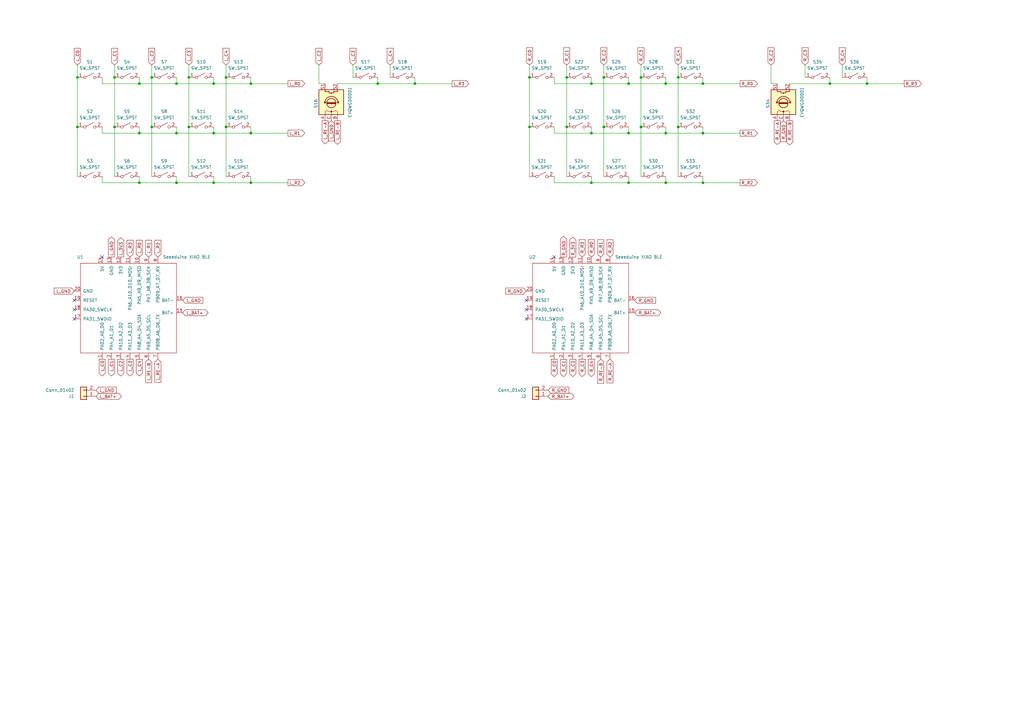
<source format=kicad_sch>
(kicad_sch (version 20211123) (generator eeschema)
  (paper "A3")
  (lib_symbols
    (symbol "Connector_Generic:Conn_01x02" (pin_names (offset 1.016) hide)
      (property "Reference" "J" (at 0 2.54 0))
      (property "Value" "Conn_01x02" (at 0 -5.08 0))
      (symbol "Conn_01x02_1_1"
        (rectangle (start -1.27 -2.413) (end 0 -2.667) (stroke (width 0.1524)))
        (rectangle (start -1.27 0.127) (end 0 -0.127) (stroke (width 0.1524)))
        (rectangle (start -1.27 1.27) (end 1.27 -3.81) (stroke (width 0.254)) (fill (type background)))
        (pin passive line (at -5.08 0 0) (length 3.81) (name "Pin_1") (number "1"))
        (pin passive line (at -5.08 -2.54 0) (length 3.81) (name "Pin_2") (number "2"))
      )
    )
    (symbol "Device:RotaryEncoder_Switch" (pin_names (offset 0.254) hide)
      (property "Reference" "SW" (at 0 6.604 0))
      (property "Value" "RotaryEncoder_Switch" (at 0 -6.604 0))
      (symbol "RotaryEncoder_Switch_0_1"
        (rectangle (start -5.08 5.08) (end 5.08 -5.08) (stroke (width 0.254)) (fill (type background)))
        (circle (center -3.81 0) (radius 0.254) (fill (type outline)))
        (arc (start -0.381 -2.794) (mid 2.3622 -0.0508) (end -0.381 2.667) (stroke (width 0.254)))
        (circle (center -0.381 0) (radius 1.905) (stroke (width 0.254)))
        (polyline (pts (xy -0.635 -1.778) (xy -0.635 1.778)) (stroke (width 0.254)))
        (polyline (pts (xy -0.381 -1.778) (xy -0.381 1.778)) (stroke (width 0.254)))
        (polyline (pts (xy -0.127 1.778) (xy -0.127 -1.778)) (stroke (width 0.254)))
        (polyline (pts (xy 3.81 0) (xy 3.429 0)) (stroke (width 0.254)))
        (polyline (pts (xy 3.81 1.016) (xy 3.81 -1.016)) (stroke (width 0.254)))
        (polyline (pts (xy -5.08 -2.54) (xy -3.81 -2.54) (xy -3.81 -2.032)))
        (polyline (pts (xy -5.08 2.54) (xy -3.81 2.54) (xy -3.81 2.032)))
        (polyline (pts (xy 0.254 -3.048) (xy -0.508 -2.794) (xy 0.127 -2.413)) (stroke (width 0.254)))
        (polyline (pts (xy 0.254 2.921) (xy -0.508 2.667) (xy 0.127 2.286)) (stroke (width 0.254)))
        (polyline (pts (xy 5.08 -2.54) (xy 4.318 -2.54) (xy 4.318 -1.016)) (stroke (width 0.254)))
        (polyline (pts (xy 5.08 2.54) (xy 4.318 2.54) (xy 4.318 1.016)) (stroke (width 0.254)))
        (polyline (pts (xy -5.08 0) (xy -3.81 0) (xy -3.81 -1.016) (xy -3.302 -2.032)))
        (polyline (pts (xy -4.318 0) (xy -3.81 0) (xy -3.81 1.016) (xy -3.302 2.032)))
        (circle (center 4.318 -1.016) (radius 0.127) (stroke (width 0.254)))
        (circle (center 4.318 1.016) (radius 0.127) (stroke (width 0.254)))
      )
      (symbol "RotaryEncoder_Switch_1_1"
        (pin passive line (at -7.62 2.54 0) (length 2.54) (name "A") (number "A"))
        (pin passive line (at -7.62 -2.54 0) (length 2.54) (name "B") (number "B"))
        (pin passive line (at -7.62 0 0) (length 2.54) (name "C") (number "C"))
        (pin passive line (at 7.62 2.54 180) (length 2.54) (name "S1") (number "S1"))
        (pin passive line (at 7.62 -2.54 180) (length 2.54) (name "S2") (number "S2"))
      )
    )
    (symbol "Switch:SW_SPST" (pin_names (offset 0) hide)
      (property "Reference" "SW" (at 0 3.175 0))
      (property "Value" "SW_SPST" (at 0 -2.54 0))
      (symbol "SW_SPST_0_0"
        (circle (center -2.032 0) (radius 0.508))
        (polyline (pts (xy -1.524 0.254) (xy 1.524 1.778)))
        (circle (center 2.032 0) (radius 0.508))
      )
      (symbol "SW_SPST_1_1"
        (pin passive line (at -5.08 0 0) (length 2.54) (name "A") (number "1"))
        (pin passive line (at 5.08 0 180) (length 2.54) (name "B") (number "2"))
      )
    )
    (symbol "reee:xiao-ble" (pin_names (offset 1.016))
      (property "Reference" "U" (at -19.05 22.86 0))
      (property "Value" "xiao-ble" (at -12.7 21.59 0))
      (symbol "xiao-ble_0_1"
        (rectangle (start -19.05 20.32) (end 17.78 -19.05))
      )
      (symbol "xiao-ble_1_1"
        (pin unspecified line (at -21.59 11.43 0) (length 2.54) (name "PA02_A0_D0") (number "1"))
        (pin unspecified line (at 20.32 -3.81 180) (length 2.54) (name "PA5_A9_D9_MISO") (number "10"))
        (pin unspecified line (at 20.32 0 180) (length 2.54) (name "PA6_A10_D10_MOSI") (number "11"))
        (pin unspecified line (at 20.32 3.81 180) (length 2.54) (name "3V3") (number "12"))
        (pin unspecified line (at 20.32 7.62 180) (length 2.54) (name "GND") (number "13"))
        (pin unspecified line (at 20.32 11.43 180) (length 2.54) (name "5V") (number "14"))
        (pin unspecified line (at -2.54 -21.59 90) (length 2.54) (name "BAT+") (number "15"))
        (pin unspecified line (at 2.54 -21.59 90) (length 2.54) (name "BAT-") (number "16"))
        (pin input line (at -5.08 22.86 270) (length 2.54) (name "PA31_SWDIO") (number "17"))
        (pin input line (at -1.27 22.86 270) (length 2.54) (name "PA30_SWCLK") (number "18"))
        (pin input line (at 2.54 22.86 270) (length 2.54) (name "RESET") (number "19"))
        (pin unspecified line (at -21.59 7.62 0) (length 2.54) (name "PA4_A1_D1") (number "2"))
        (pin input line (at 6.35 22.86 270) (length 2.54) (name "GND") (number "20"))
        (pin unspecified line (at -21.59 3.81 0) (length 2.54) (name "PA10_A2_D2") (number "3"))
        (pin unspecified line (at -21.59 0 0) (length 2.54) (name "PA11_A3_D3") (number "4"))
        (pin unspecified line (at -21.59 -3.81 0) (length 2.54) (name "PA8_A4_D4_SDA") (number "5"))
        (pin unspecified line (at -21.59 -7.62 0) (length 2.54) (name "PA9_A5_D5_SCL") (number "6"))
        (pin unspecified line (at -21.59 -11.43 0) (length 2.54) (name "PB08_A6_D6_TX") (number "7"))
        (pin unspecified line (at 20.32 -11.43 180) (length 2.54) (name "PB09_A7_D7_RX") (number "8"))
        (pin unspecified line (at 20.32 -7.62 180) (length 2.54) (name "PA7_A8_D8_SCK") (number "9"))
      )
    )
  )
  (junction (at 92.71 52.07))
  (junction (at 87.63 74.93))
  (junction (at 247.65 31.75))
  (junction (at 247.65 52.07))
  (junction (at 77.47 52.07))
  (junction (at 257.81 74.93))
  (junction (at 31.75 31.75))
  (junction (at 102.87 74.93))
  (junction (at 355.6 34.29))
  (junction (at 57.15 74.93))
  (junction (at 288.29 74.93))
  (junction (at 217.17 31.75))
  (junction (at 87.63 54.61))
  (junction (at 273.05 54.61))
  (junction (at 273.05 74.93))
  (junction (at 72.39 74.93))
  (junction (at 92.71 31.75))
  (junction (at 273.05 34.29))
  (junction (at 262.89 52.07))
  (junction (at 242.57 34.29))
  (junction (at 72.39 54.61))
  (junction (at 77.47 31.75))
  (junction (at 170.18 34.29))
  (junction (at 46.99 52.07))
  (junction (at 154.94 34.29))
  (junction (at 278.13 31.75))
  (junction (at 232.41 52.07))
  (junction (at 46.99 31.75))
  (junction (at 288.29 34.29))
  (junction (at 57.15 34.29))
  (junction (at 72.39 34.29))
  (junction (at 257.81 34.29))
  (junction (at 87.63 34.29))
  (junction (at 262.89 31.75))
  (junction (at 257.81 54.61))
  (junction (at 217.17 52.07))
  (junction (at 62.23 31.75))
  (junction (at 242.57 54.61))
  (junction (at 288.29 54.61))
  (junction (at 102.87 54.61))
  (junction (at 242.57 74.93))
  (junction (at 31.75 52.07))
  (junction (at 57.15 54.61))
  (junction (at 278.13 52.07))
  (junction (at 62.23 52.07))
  (junction (at 102.87 34.29))
  (junction (at 232.41 31.75))
  (junction (at 340.36 34.29))
  (no_connect (at 30.48 123.19))
  (no_connect (at 41.91 105.41))
  (no_connect (at 215.9 123.19))
  (no_connect (at 215.9 130.81))
  (no_connect (at 30.48 130.81))
  (no_connect (at 30.48 127))
  (no_connect (at 215.9 127))
  (no_connect (at 227.33 105.41))
  (wire (pts (xy 57.15 54.61) (xy 72.39 54.61)))
  (wire (pts (xy 247.65 31.75) (xy 247.65 52.07)))
  (wire (pts (xy 41.91 72.39) (xy 41.91 74.93)))
  (wire (pts (xy 57.15 74.93) (xy 72.39 74.93)))
  (wire (pts (xy 257.81 74.93) (xy 273.05 74.93)))
  (wire (pts (xy 130.81 34.29) (xy 133.35 34.29)))
  (wire (pts (xy 257.81 72.39) (xy 257.81 74.93)))
  (wire (pts (xy 273.05 72.39) (xy 273.05 74.93)))
  (wire (pts (xy 31.75 52.07) (xy 31.75 72.39)))
  (wire (pts (xy 323.85 34.29) (xy 340.36 34.29)))
  (wire (pts (xy 288.29 74.93) (xy 303.53 74.93)))
  (wire (pts (xy 242.57 54.61) (xy 257.81 54.61)))
  (wire (pts (xy 273.05 31.75) (xy 273.05 34.29)))
  (wire (pts (xy 273.05 74.93) (xy 288.29 74.93)))
  (wire (pts (xy 232.41 26.67) (xy 232.41 31.75)))
  (wire (pts (xy 262.89 52.07) (xy 262.89 72.39)))
  (wire (pts (xy 232.41 31.75) (xy 232.41 52.07)))
  (wire (pts (xy 72.39 74.93) (xy 87.63 74.93)))
  (wire (pts (xy 288.29 54.61) (xy 303.53 54.61)))
  (wire (pts (xy 278.13 52.07) (xy 278.13 72.39)))
  (wire (pts (xy 247.65 52.07) (xy 247.65 72.39)))
  (wire (pts (xy 242.57 72.39) (xy 242.57 74.93)))
  (wire (pts (xy 62.23 31.75) (xy 62.23 52.07)))
  (wire (pts (xy 227.33 34.29) (xy 242.57 34.29)))
  (wire (pts (xy 41.91 74.93) (xy 57.15 74.93)))
  (wire (pts (xy 316.23 34.29) (xy 318.77 34.29)))
  (wire (pts (xy 227.33 54.61) (xy 242.57 54.61)))
  (wire (pts (xy 345.44 26.67) (xy 345.44 31.75)))
  (wire (pts (xy 227.33 74.93) (xy 242.57 74.93)))
  (wire (pts (xy 170.18 31.75) (xy 170.18 34.29)))
  (wire (pts (xy 257.81 52.07) (xy 257.81 54.61)))
  (wire (pts (xy 57.15 72.39) (xy 57.15 74.93)))
  (wire (pts (xy 242.57 31.75) (xy 242.57 34.29)))
  (wire (pts (xy 87.63 34.29) (xy 102.87 34.29)))
  (wire (pts (xy 273.05 34.29) (xy 288.29 34.29)))
  (wire (pts (xy 31.75 26.67) (xy 31.75 31.75)))
  (wire (pts (xy 87.63 52.07) (xy 87.63 54.61)))
  (wire (pts (xy 72.39 54.61) (xy 87.63 54.61)))
  (wire (pts (xy 288.29 34.29) (xy 303.53 34.29)))
  (wire (pts (xy 87.63 31.75) (xy 87.63 34.29)))
  (wire (pts (xy 92.71 52.07) (xy 92.71 72.39)))
  (wire (pts (xy 102.87 31.75) (xy 102.87 34.29)))
  (wire (pts (xy 160.02 26.67) (xy 160.02 31.75)))
  (wire (pts (xy 57.15 31.75) (xy 57.15 34.29)))
  (wire (pts (xy 278.13 26.67) (xy 278.13 31.75)))
  (wire (pts (xy 170.18 34.29) (xy 185.42 34.29)))
  (wire (pts (xy 242.57 74.93) (xy 257.81 74.93)))
  (wire (pts (xy 41.91 34.29) (xy 57.15 34.29)))
  (wire (pts (xy 340.36 34.29) (xy 355.6 34.29)))
  (wire (pts (xy 257.81 31.75) (xy 257.81 34.29)))
  (wire (pts (xy 41.91 31.75) (xy 41.91 34.29)))
  (wire (pts (xy 77.47 26.67) (xy 77.47 31.75)))
  (wire (pts (xy 144.78 26.67) (xy 144.78 31.75)))
  (wire (pts (xy 87.63 72.39) (xy 87.63 74.93)))
  (wire (pts (xy 87.63 74.93) (xy 102.87 74.93)))
  (wire (pts (xy 232.41 52.07) (xy 232.41 72.39)))
  (wire (pts (xy 57.15 34.29) (xy 72.39 34.29)))
  (wire (pts (xy 62.23 52.07) (xy 62.23 72.39)))
  (wire (pts (xy 154.94 34.29) (xy 170.18 34.29)))
  (wire (pts (xy 340.36 31.75) (xy 340.36 34.29)))
  (wire (pts (xy 130.81 26.67) (xy 130.81 34.29)))
  (wire (pts (xy 31.75 31.75) (xy 31.75 52.07)))
  (wire (pts (xy 72.39 34.29) (xy 87.63 34.29)))
  (wire (pts (xy 57.15 52.07) (xy 57.15 54.61)))
  (wire (pts (xy 278.13 31.75) (xy 278.13 52.07)))
  (wire (pts (xy 316.23 26.67) (xy 316.23 34.29)))
  (wire (pts (xy 102.87 34.29) (xy 118.11 34.29)))
  (wire (pts (xy 46.99 52.07) (xy 46.99 72.39)))
  (wire (pts (xy 217.17 52.07) (xy 217.17 72.39)))
  (wire (pts (xy 77.47 31.75) (xy 77.47 52.07)))
  (wire (pts (xy 330.2 26.67) (xy 330.2 31.75)))
  (wire (pts (xy 227.33 31.75) (xy 227.33 34.29)))
  (wire (pts (xy 242.57 52.07) (xy 242.57 54.61)))
  (wire (pts (xy 46.99 26.67) (xy 46.99 31.75)))
  (wire (pts (xy 154.94 31.75) (xy 154.94 34.29)))
  (wire (pts (xy 355.6 34.29) (xy 370.84 34.29)))
  (wire (pts (xy 273.05 52.07) (xy 273.05 54.61)))
  (wire (pts (xy 92.71 31.75) (xy 92.71 52.07)))
  (wire (pts (xy 262.89 26.67) (xy 262.89 31.75)))
  (wire (pts (xy 77.47 52.07) (xy 77.47 72.39)))
  (wire (pts (xy 217.17 26.67) (xy 217.17 31.75)))
  (wire (pts (xy 102.87 52.07) (xy 102.87 54.61)))
  (wire (pts (xy 41.91 52.07) (xy 41.91 54.61)))
  (wire (pts (xy 46.99 31.75) (xy 46.99 52.07)))
  (wire (pts (xy 217.17 31.75) (xy 217.17 52.07)))
  (wire (pts (xy 72.39 72.39) (xy 72.39 74.93)))
  (wire (pts (xy 87.63 54.61) (xy 102.87 54.61)))
  (wire (pts (xy 262.89 31.75) (xy 262.89 52.07)))
  (wire (pts (xy 288.29 72.39) (xy 288.29 74.93)))
  (wire (pts (xy 227.33 52.07) (xy 227.33 54.61)))
  (wire (pts (xy 102.87 54.61) (xy 118.11 54.61)))
  (wire (pts (xy 227.33 72.39) (xy 227.33 74.93)))
  (wire (pts (xy 138.43 34.29) (xy 154.94 34.29)))
  (wire (pts (xy 257.81 34.29) (xy 273.05 34.29)))
  (wire (pts (xy 102.87 72.39) (xy 102.87 74.93)))
  (wire (pts (xy 257.81 54.61) (xy 273.05 54.61)))
  (wire (pts (xy 41.91 54.61) (xy 57.15 54.61)))
  (wire (pts (xy 242.57 34.29) (xy 257.81 34.29)))
  (wire (pts (xy 92.71 26.67) (xy 92.71 31.75)))
  (wire (pts (xy 288.29 52.07) (xy 288.29 54.61)))
  (wire (pts (xy 273.05 54.61) (xy 288.29 54.61)))
  (wire (pts (xy 288.29 31.75) (xy 288.29 34.29)))
  (wire (pts (xy 72.39 31.75) (xy 72.39 34.29)))
  (wire (pts (xy 62.23 26.67) (xy 62.23 31.75)))
  (wire (pts (xy 355.6 31.75) (xy 355.6 34.29)))
  (wire (pts (xy 247.65 26.67) (xy 247.65 31.75)))
  (wire (pts (xy 102.87 74.93) (xy 118.11 74.93)))
  (wire (pts (xy 72.39 52.07) (xy 72.39 54.61)))
  (global_label "L_C4" (shape input) (at 160.02 26.67 90) (property "Intersheet References" "${INTERSHEET_REFS}" (effects hide)))
  (global_label "L_C3" (shape output) (at 53.34 147.32 270) (property "Intersheet References" "${INTERSHEET_REFS}" (effects hide)))
  (global_label "L_C0" (shape output) (at 41.91 147.32 270) (property "Intersheet References" "${INTERSHEET_REFS}" (effects hide)))
  (global_label "R_C3" (shape input) (at 262.89 26.67 90) (property "Intersheet References" "${INTERSHEET_REFS}" (effects hide)))
  (global_label "R_BAT+" (shape bidirectional) (at 224.79 162.56 0) (property "Intersheet References" "${INTERSHEET_REFS}" (effects hide)))
  (global_label "L_BAT+" (shape bidirectional) (at 39.37 162.56 0) (property "Intersheet References" "${INTERSHEET_REFS}" (effects hide)))
  (global_label "R_R3" (shape output) (at 370.84 34.29 0) (property "Intersheet References" "${INTERSHEET_REFS}" (effects hide)))
  (global_label "L_RE-B" (shape output) (at 138.43 49.53 270) (property "Intersheet References" "${INTERSHEET_REFS}" (effects hide)))
  (global_label "R_C0" (shape input) (at 217.17 26.67 90) (property "Intersheet References" "${INTERSHEET_REFS}" (effects hide)))
  (global_label "L_C3" (shape input) (at 144.78 26.67 90) (property "Intersheet References" "${INTERSHEET_REFS}" (effects hide)))
  (global_label "L_GND" (shape input) (at 135.89 49.53 270) (property "Intersheet References" "${INTERSHEET_REFS}" (effects hide)))
  (global_label "L_GND" (shape input) (at 39.37 160.02 0) (property "Intersheet References" "${INTERSHEET_REFS}" (effects hide)))
  (global_label "R_C3" (shape output) (at 238.76 147.32 270) (property "Intersheet References" "${INTERSHEET_REFS}" (effects hide)))
  (global_label "R_C4" (shape input) (at 345.44 26.67 90) (property "Intersheet References" "${INTERSHEET_REFS}" (effects hide)))
  (global_label "R_R3" (shape input) (at 238.76 105.41 90) (property "Intersheet References" "${INTERSHEET_REFS}" (effects hide)))
  (global_label "L_R3" (shape input) (at 53.34 105.41 90) (property "Intersheet References" "${INTERSHEET_REFS}" (effects hide)))
  (global_label "L_C0" (shape input) (at 31.75 26.67 90) (property "Intersheet References" "${INTERSHEET_REFS}" (effects hide)))
  (global_label "R_RE-A" (shape input) (at 250.19 147.32 270) (property "Intersheet References" "${INTERSHEET_REFS}" (effects hide)))
  (global_label "L_C4" (shape output) (at 57.15 147.32 270) (property "Intersheet References" "${INTERSHEET_REFS}" (effects hide)))
  (global_label "L_RE-A" (shape input) (at 64.77 147.32 270) (property "Intersheet References" "${INTERSHEET_REFS}" (effects hide)))
  (global_label "L_GND" (shape input) (at 30.48 119.38 180) (property "Intersheet References" "${INTERSHEET_REFS}" (effects hide)))
  (global_label "R_C2" (shape output) (at 234.95 147.32 270) (property "Intersheet References" "${INTERSHEET_REFS}" (effects hide)))
  (global_label "R_GND" (shape input) (at 260.35 123.19 0) (property "Intersheet References" "${INTERSHEET_REFS}" (effects hide)))
  (global_label "R_C2" (shape input) (at 316.23 26.67 90) (property "Intersheet References" "${INTERSHEET_REFS}" (effects hide)))
  (global_label "R_3V3" (shape output) (at 234.95 105.41 90) (property "Intersheet References" "${INTERSHEET_REFS}" (effects hide)))
  (global_label "R_R1" (shape output) (at 303.53 54.61 0) (property "Intersheet References" "${INTERSHEET_REFS}" (effects hide)))
  (global_label "L_C3" (shape input) (at 77.47 26.67 90) (property "Intersheet References" "${INTERSHEET_REFS}" (effects hide)))
  (global_label "L_C1" (shape output) (at 45.72 147.32 270) (property "Intersheet References" "${INTERSHEET_REFS}" (effects hide)))
  (global_label "L_C1" (shape input) (at 46.99 26.67 90) (property "Intersheet References" "${INTERSHEET_REFS}" (effects hide)))
  (global_label "L_3V3" (shape output) (at 49.53 105.41 90) (property "Intersheet References" "${INTERSHEET_REFS}" (effects hide)))
  (global_label "R_R0" (shape output) (at 303.53 34.29 0) (property "Intersheet References" "${INTERSHEET_REFS}" (effects hide)))
  (global_label "L_RE-A" (shape output) (at 133.35 49.53 270) (property "Intersheet References" "${INTERSHEET_REFS}" (effects hide)))
  (global_label "R_C4" (shape input) (at 278.13 26.67 90) (property "Intersheet References" "${INTERSHEET_REFS}" (effects hide)))
  (global_label "R_C3" (shape input) (at 330.2 26.67 90) (property "Intersheet References" "${INTERSHEET_REFS}" (effects hide)))
  (global_label "L_RE-B" (shape input) (at 60.96 147.32 270) (property "Intersheet References" "${INTERSHEET_REFS}" (effects hide)))
  (global_label "L_R3" (shape output) (at 185.42 34.29 0) (property "Intersheet References" "${INTERSHEET_REFS}" (effects hide)))
  (global_label "L_R0" (shape output) (at 118.11 34.29 0) (property "Intersheet References" "${INTERSHEET_REFS}" (effects hide)))
  (global_label "R_GND" (shape input) (at 215.9 119.38 180) (property "Intersheet References" "${INTERSHEET_REFS}" (effects hide)))
  (global_label "R_GND" (shape output) (at 231.14 105.41 90) (property "Intersheet References" "${INTERSHEET_REFS}" (effects hide)))
  (global_label "R_BAT+" (shape bidirectional) (at 260.35 128.27 0) (property "Intersheet References" "${INTERSHEET_REFS}" (effects hide)))
  (global_label "R_RE-A" (shape output) (at 318.77 49.53 270) (property "Intersheet References" "${INTERSHEET_REFS}" (effects hide)))
  (global_label "L_GND" (shape output) (at 45.72 105.41 90) (property "Intersheet References" "${INTERSHEET_REFS}" (effects hide)))
  (global_label "R_C2" (shape input) (at 247.65 26.67 90) (property "Intersheet References" "${INTERSHEET_REFS}" (effects hide)))
  (global_label "L_R0" (shape input) (at 57.15 105.41 90) (property "Intersheet References" "${INTERSHEET_REFS}" (effects hide)))
  (global_label "L_R2" (shape output) (at 118.11 74.93 0) (property "Intersheet References" "${INTERSHEET_REFS}" (effects hide)))
  (global_label "L_C2" (shape output) (at 49.53 147.32 270) (property "Intersheet References" "${INTERSHEET_REFS}" (effects hide)))
  (global_label "R_GND" (shape input) (at 321.31 49.53 270) (property "Intersheet References" "${INTERSHEET_REFS}" (effects hide)))
  (global_label "L_R1" (shape input) (at 60.96 105.41 90) (property "Intersheet References" "${INTERSHEET_REFS}" (effects hide)))
  (global_label "R_C1" (shape output) (at 231.14 147.32 270) (property "Intersheet References" "${INTERSHEET_REFS}" (effects hide)))
  (global_label "R_R1" (shape input) (at 246.38 105.41 90) (property "Intersheet References" "${INTERSHEET_REFS}" (effects hide)))
  (global_label "R_C1" (shape input) (at 232.41 26.67 90) (property "Intersheet References" "${INTERSHEET_REFS}" (effects hide)))
  (global_label "R_RE-B" (shape input) (at 246.38 147.32 270) (property "Intersheet References" "${INTERSHEET_REFS}" (effects hide)))
  (global_label "L_C2" (shape input) (at 130.81 26.67 90) (property "Intersheet References" "${INTERSHEET_REFS}" (effects hide)))
  (global_label "L_BAT+" (shape bidirectional) (at 74.93 128.27 0) (property "Intersheet References" "${INTERSHEET_REFS}" (effects hide)))
  (global_label "R_RE-B" (shape output) (at 323.85 49.53 270) (property "Intersheet References" "${INTERSHEET_REFS}" (effects hide)))
  (global_label "L_R1" (shape output) (at 118.11 54.61 0) (property "Intersheet References" "${INTERSHEET_REFS}" (effects hide)))
  (global_label "L_GND" (shape input) (at 74.93 123.19 0) (property "Intersheet References" "${INTERSHEET_REFS}" (effects hide)))
  (global_label "R_R2" (shape input) (at 250.19 105.41 90) (property "Intersheet References" "${INTERSHEET_REFS}" (effects hide)))
  (global_label "L_C2" (shape input) (at 62.23 26.67 90) (property "Intersheet References" "${INTERSHEET_REFS}" (effects hide)))
  (global_label "R_C0" (shape output) (at 227.33 147.32 270) (property "Intersheet References" "${INTERSHEET_REFS}" (effects hide)))
  (global_label "L_R2" (shape input) (at 64.77 105.41 90) (property "Intersheet References" "${INTERSHEET_REFS}" (effects hide)))
  (global_label "L_C4" (shape input) (at 92.71 26.67 90) (property "Intersheet References" "${INTERSHEET_REFS}" (effects hide)))
  (global_label "R_R2" (shape output) (at 303.53 74.93 0) (property "Intersheet References" "${INTERSHEET_REFS}" (effects hide)))
  (global_label "R_C4" (shape output) (at 242.57 147.32 270) (property "Intersheet References" "${INTERSHEET_REFS}" (effects hide)))
  (global_label "R_R0" (shape input) (at 242.57 105.41 90) (property "Intersheet References" "${INTERSHEET_REFS}" (effects hide)))
  (global_label "R_GND" (shape input) (at 224.79 160.02 0) (property "Intersheet References" "${INTERSHEET_REFS}" (effects hide)))
  (symbol (lib_id "Switch:SW_SPST") (at 97.79 31.75 0) (unit 1)
    (property "Reference" "S13" (at 97.79 25.4 0))
    (property "Value" "SW_SPST" (at 97.79 27.94 0))
    (property "Footprint" "reee:Choc_PG1350_Tight" (effects hide))
  )
  (symbol (lib_id "Switch:SW_SPST") (at 267.97 31.75 0) (unit 1)
    (property "Reference" "S28" (at 267.97 25.4 0))
    (property "Value" "SW_SPST" (at 267.97 27.94 0))
    (property "Footprint" "reee:Choc_PG1350_Tight" (effects hide))
  )
  (symbol (lib_id "Switch:SW_SPST") (at 165.1 31.75 0) (unit 1)
    (property "Reference" "S18" (at 165.1 25.4 0))
    (property "Value" "SW_SPST" (at 165.1 27.94 0))
    (property "Footprint" "reee:Choc_PG1350_Tight" (effects hide))
  )
  (symbol (lib_id "reee:xiao-ble") (at 238.76 125.73 90) (unit 1)
    (property "Reference" "U2" (at 219.71 105.41 90) (effects (justify left)))
    (property "Value" "Seeeduino XIAO BLE" (at 271.78 105.41 90) (effects (justify left)))
    (property "Footprint" "reee:xiao-ble" (effects hide))
  )
  (symbol (lib_id "Connector_Generic:Conn_01x02") (at 219.71 162.56 180) (unit 1)
    (property "Reference" "J2" (at 215.9 162.5601 0) (effects (justify left)))
    (property "Value" "Conn_01x02" (at 215.9 160.0201 0) (effects (justify left)))
    (property "Footprint" "Connector_JST:JST_PH_S2B-PH-K_1x02_P2.00mm_Horizontal" (effects hide))
  )
  (symbol (lib_id "Switch:SW_SPST") (at 237.49 72.39 0) (unit 1)
    (property "Reference" "S24" (at 237.49 66.04 0))
    (property "Value" "SW_SPST" (at 237.49 68.58 0))
    (property "Footprint" "reee:Choc_PG1350_Tight" (effects hide))
  )
  (symbol (lib_id "Switch:SW_SPST") (at 222.25 72.39 0) (unit 1)
    (property "Reference" "S21" (at 222.25 66.04 0))
    (property "Value" "SW_SPST" (at 222.25 68.58 0))
    (property "Footprint" "reee:Choc_PG1350_Tight" (effects hide))
  )
  (symbol (lib_id "Switch:SW_SPST") (at 252.73 72.39 0) (unit 1)
    (property "Reference" "S27" (at 252.73 66.04 0))
    (property "Value" "SW_SPST" (at 252.73 68.58 0))
    (property "Footprint" "reee:Choc_PG1350_Tight" (effects hide))
  )
  (symbol (lib_id "Switch:SW_SPST") (at 67.31 31.75 0) (unit 1)
    (property "Reference" "S7" (at 67.31 25.4 0))
    (property "Value" "SW_SPST" (at 67.31 27.94 0))
    (property "Footprint" "reee:Choc_PG1350_Tight" (effects hide))
  )
  (symbol (lib_id "Switch:SW_SPST") (at 283.21 52.07 0) (unit 1)
    (property "Reference" "S32" (at 283.21 45.72 0))
    (property "Value" "SW_SPST" (at 283.21 48.26 0))
    (property "Footprint" "reee:Choc_PG1350_Tight" (effects hide))
  )
  (symbol (lib_id "Switch:SW_SPST") (at 36.83 72.39 0) (unit 1)
    (property "Reference" "S3" (at 36.83 66.04 0))
    (property "Value" "SW_SPST" (at 36.83 68.58 0))
    (property "Footprint" "reee:Choc_PG1350_Tight" (effects hide))
  )
  (symbol (lib_id "Switch:SW_SPST") (at 222.25 31.75 0) (unit 1)
    (property "Reference" "S19" (at 222.25 25.4 0))
    (property "Value" "SW_SPST" (at 222.25 27.94 0))
    (property "Footprint" "reee:Choc_PG1350_Tight" (effects hide))
  )
  (symbol (lib_id "Switch:SW_SPST") (at 149.86 31.75 0) (unit 1)
    (property "Reference" "S17" (at 149.86 25.4 0))
    (property "Value" "SW_SPST" (at 149.86 27.94 0))
    (property "Footprint" "reee:Choc_PG1350_Tight" (effects hide))
  )
  (symbol (lib_id "Switch:SW_SPST") (at 252.73 31.75 0) (unit 1)
    (property "Reference" "S25" (at 252.73 25.4 0))
    (property "Value" "SW_SPST" (at 252.73 27.94 0))
    (property "Footprint" "reee:Choc_PG1350_Tight" (effects hide))
  )
  (symbol (lib_id "Switch:SW_SPST") (at 52.07 72.39 0) (unit 1)
    (property "Reference" "S6" (at 52.07 66.04 0))
    (property "Value" "SW_SPST" (at 52.07 68.58 0))
    (property "Footprint" "reee:Choc_PG1350_Tight" (effects hide))
  )
  (symbol (lib_id "Switch:SW_SPST") (at 82.55 31.75 0) (unit 1)
    (property "Reference" "S10" (at 82.55 25.4 0))
    (property "Value" "SW_SPST" (at 82.55 27.94 0))
    (property "Footprint" "reee:Choc_PG1350_Tight" (effects hide))
  )
  (symbol (lib_id "Switch:SW_SPST") (at 82.55 72.39 0) (unit 1)
    (property "Reference" "S12" (at 82.55 66.04 0))
    (property "Value" "SW_SPST" (at 82.55 68.58 0))
    (property "Footprint" "reee:Choc_PG1350_Tight" (effects hide))
  )
  (symbol (lib_id "Switch:SW_SPST") (at 82.55 52.07 0) (unit 1)
    (property "Reference" "S11" (at 82.55 45.72 0))
    (property "Value" "SW_SPST" (at 82.55 48.26 0))
    (property "Footprint" "reee:Choc_PG1350_Tight" (effects hide))
  )
  (symbol (lib_id "Switch:SW_SPST") (at 67.31 52.07 0) (unit 1)
    (property "Reference" "S8" (at 67.31 45.72 0))
    (property "Value" "SW_SPST" (at 67.31 48.26 0))
    (property "Footprint" "reee:Choc_PG1350_Tight" (effects hide))
  )
  (symbol (lib_id "Switch:SW_SPST") (at 237.49 31.75 0) (unit 1)
    (property "Reference" "S22" (at 237.49 25.4 0))
    (property "Value" "SW_SPST" (at 237.49 27.94 0))
    (property "Footprint" "reee:Choc_PG1350_Tight" (effects hide))
  )
  (symbol (lib_id "Switch:SW_SPST") (at 36.83 52.07 0) (unit 1)
    (property "Reference" "S2" (at 36.83 45.72 0))
    (property "Value" "SW_SPST" (at 36.83 48.26 0))
    (property "Footprint" "reee:Choc_PG1350_Tight" (effects hide))
  )
  (symbol (lib_id "Switch:SW_SPST") (at 97.79 52.07 0) (unit 1)
    (property "Reference" "S14" (at 97.79 45.72 0))
    (property "Value" "SW_SPST" (at 97.79 48.26 0))
    (property "Footprint" "reee:Choc_PG1350_Tight" (effects hide))
  )
  (symbol (lib_id "Switch:SW_SPST") (at 67.31 72.39 0) (unit 1)
    (property "Reference" "S9" (at 67.31 66.04 0))
    (property "Value" "SW_SPST" (at 67.31 68.58 0))
    (property "Footprint" "reee:Choc_PG1350_Tight" (effects hide))
  )
  (symbol (lib_id "Switch:SW_SPST") (at 222.25 52.07 0) (unit 1)
    (property "Reference" "S20" (at 222.25 45.72 0))
    (property "Value" "SW_SPST" (at 222.25 48.26 0))
    (property "Footprint" "reee:Choc_PG1350_Tight" (effects hide))
  )
  (symbol (lib_id "Switch:SW_SPST") (at 267.97 52.07 0) (unit 1)
    (property "Reference" "S29" (at 267.97 45.72 0))
    (property "Value" "SW_SPST" (at 267.97 48.26 0))
    (property "Footprint" "reee:Choc_PG1350_Tight" (effects hide))
  )
  (symbol (lib_id "Switch:SW_SPST") (at 350.52 31.75 0) (unit 1)
    (property "Reference" "S36" (at 350.52 25.4 0))
    (property "Value" "SW_SPST" (at 350.52 27.94 0))
    (property "Footprint" "reee:Choc_PG1350_Tight" (effects hide))
  )
  (symbol (lib_id "Switch:SW_SPST") (at 335.28 31.75 0) (unit 1)
    (property "Reference" "S35" (at 335.28 25.4 0))
    (property "Value" "SW_SPST" (at 335.28 27.94 0))
    (property "Footprint" "reee:Choc_PG1350_Tight" (effects hide))
  )
  (symbol (lib_id "Switch:SW_SPST") (at 97.79 72.39 0) (unit 1)
    (property "Reference" "S15" (at 97.79 66.04 0))
    (property "Value" "SW_SPST" (at 97.79 68.58 0))
    (property "Footprint" "reee:Choc_PG1350_Tight" (effects hide))
  )
  (symbol (lib_id "Switch:SW_SPST") (at 36.83 31.75 0) (unit 1)
    (property "Reference" "S1" (at 36.83 25.4 0))
    (property "Value" "SW_SPST" (at 36.83 27.94 0))
    (property "Footprint" "reee:Choc_PG1350_Tight" (effects hide))
  )
  (symbol (lib_id "Device:RotaryEncoder_Switch") (at 321.31 41.91 90) (unit 1)
    (property "Reference" "S34" (at 314.96 44.45 0) (effects (justify left)))
    (property "Value" "EVQWGD0001" (at 328.93 48.26 0) (effects (justify left)))
    (property "Footprint" "reee:Choc_PG1350_Tight__EVQWGD001__Combo" (effects hide))
  )
  (symbol (lib_id "Switch:SW_SPST") (at 283.21 72.39 0) (unit 1)
    (property "Reference" "S33" (at 283.21 66.04 0))
    (property "Value" "SW_SPST" (at 283.21 68.58 0))
    (property "Footprint" "reee:Choc_PG1350_Tight" (effects hide))
  )
  (symbol (lib_id "Switch:SW_SPST") (at 237.49 52.07 0) (unit 1)
    (property "Reference" "S23" (at 237.49 45.72 0))
    (property "Value" "SW_SPST" (at 237.49 48.26 0))
    (property "Footprint" "reee:Choc_PG1350_Tight" (effects hide))
  )
  (symbol (lib_id "Switch:SW_SPST") (at 283.21 31.75 0) (unit 1)
    (property "Reference" "S31" (at 283.21 25.4 0))
    (property "Value" "SW_SPST" (at 283.21 27.94 0))
    (property "Footprint" "reee:Choc_PG1350_Tight" (effects hide))
  )
  (symbol (lib_id "Device:RotaryEncoder_Switch") (at 135.89 41.91 90) (unit 1)
    (property "Reference" "S16" (at 129.54 44.45 0) (effects (justify left)))
    (property "Value" "EVQWGD0001" (at 143.51 48.26 0) (effects (justify left)))
    (property "Footprint" "reee:Choc_PG1350_Tight__EVQWGD001__Combo" (effects hide))
  )
  (symbol (lib_id "Switch:SW_SPST") (at 252.73 52.07 0) (unit 1)
    (property "Reference" "S26" (at 252.73 45.72 0))
    (property "Value" "SW_SPST" (at 252.73 48.26 0))
    (property "Footprint" "reee:Choc_PG1350_Tight" (effects hide))
  )
  (symbol (lib_id "Switch:SW_SPST") (at 52.07 52.07 0) (unit 1)
    (property "Reference" "S5" (at 52.07 45.72 0))
    (property "Value" "SW_SPST" (at 52.07 48.26 0))
    (property "Footprint" "reee:Choc_PG1350_Tight" (effects hide))
  )
  (symbol (lib_id "reee:xiao-ble") (at 53.34 125.73 90) (unit 1)
    (property "Reference" "U1" (at 34.29 105.41 90) (effects (justify left)))
    (property "Value" "Seeeduino XIAO BLE" (at 86.36 105.41 90) (effects (justify left)))
    (property "Footprint" "reee:xiao-ble" (effects hide))
  )
  (symbol (lib_id "Switch:SW_SPST") (at 267.97 72.39 0) (unit 1)
    (property "Reference" "S30" (at 267.97 66.04 0))
    (property "Value" "SW_SPST" (at 267.97 68.58 0))
    (property "Footprint" "reee:Choc_PG1350_Tight" (effects hide))
  )
  (symbol (lib_id "Connector_Generic:Conn_01x02") (at 34.29 162.56 180) (unit 1)
    (property "Reference" "J1" (at 30.48 162.5601 0) (effects (justify left)))
    (property "Value" "Conn_01x02" (at 30.48 160.0201 0) (effects (justify left)))
    (property "Footprint" "Connector_JST:JST_PH_S2B-PH-K_1x02_P2.00mm_Horizontal" (effects hide))
  )
  (symbol (lib_id "Switch:SW_SPST") (at 52.07 31.75 0) (unit 1)
    (property "Reference" "S4" (at 52.07 25.4 0))
    (property "Value" "SW_SPST" (at 52.07 27.94 0))
    (property "Footprint" "reee:Choc_PG1350_Tight" (effects hide))
  )
)
</source>
